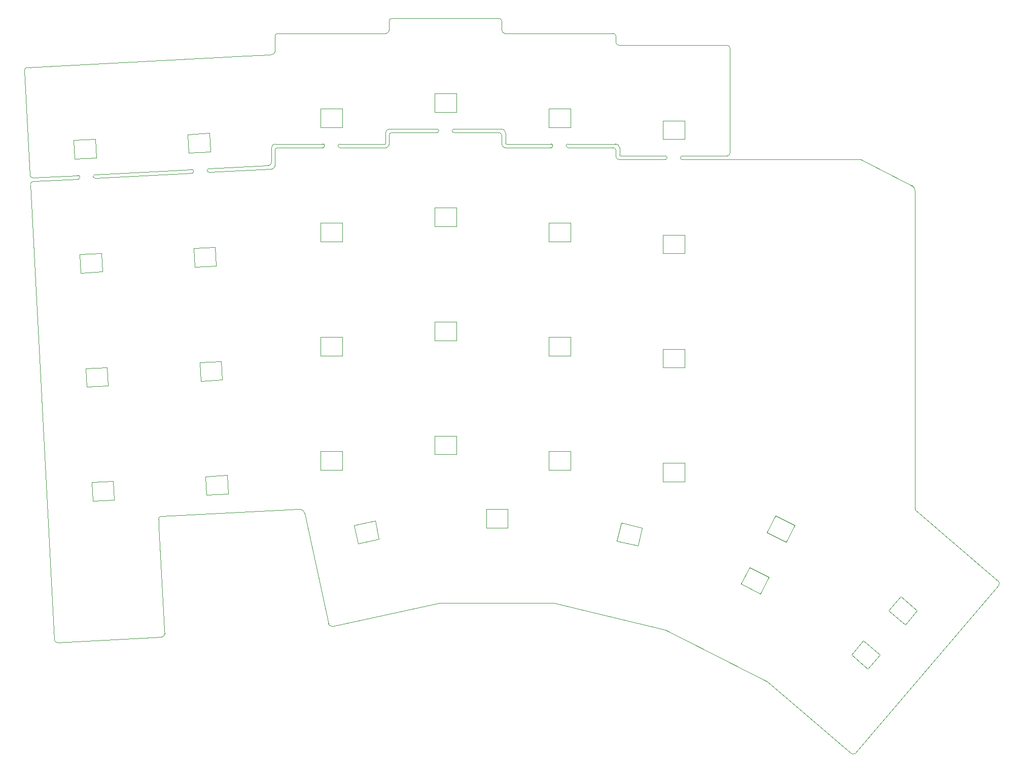
<source format=gm1>
G04 #@! TF.GenerationSoftware,KiCad,Pcbnew,(5.1.12-1-10_14)*
G04 #@! TF.CreationDate,2021-11-28T14:18:10+00:00*
G04 #@! TF.ProjectId,avalanche-hotswap,6176616c-616e-4636-9865-2d686f747377,rev?*
G04 #@! TF.SameCoordinates,Original*
G04 #@! TF.FileFunction,Profile,NP*
%FSLAX46Y46*%
G04 Gerber Fmt 4.6, Leading zero omitted, Abs format (unit mm)*
G04 Created by KiCad (PCBNEW (5.1.12-1-10_14)) date 2021-11-28 14:18:10*
%MOMM*%
%LPD*%
G01*
G04 APERTURE LIST*
G04 #@! TA.AperFunction,Profile*
%ADD10C,0.050000*%
G04 #@! TD*
G04 #@! TA.AperFunction,Profile*
%ADD11C,0.120000*%
G04 #@! TD*
G04 APERTURE END LIST*
D10*
X99840954Y-110899475D02*
X99771032Y-109607727D01*
X99771032Y-109607727D02*
G75*
G02*
X100239027Y-109087970I493876J25881D01*
G01*
X100239027Y-109087970D02*
X123197490Y-107882343D01*
X99840954Y-110899475D02*
X100747699Y-128007208D01*
X100312799Y-129209870D02*
X82878890Y-130123547D01*
X100785943Y-128684389D02*
X100747699Y-128007208D01*
X82878886Y-130123542D02*
G75*
G02*
X82353407Y-129650395I-26166J499313D01*
G01*
X100785946Y-128684385D02*
G75*
G02*
X100312799Y-129209870I-499316J-26169D01*
G01*
X239952523Y-119875655D02*
G75*
G02*
X240007999Y-120580589I-324729J-380205D01*
G01*
X216076938Y-148597493D02*
G75*
G02*
X215372009Y-148652976I-380206J324723D01*
G01*
X128717675Y-127404651D02*
G75*
G02*
X128124655Y-127019535I-103952J489068D01*
G01*
X118700489Y-51128994D02*
X118540792Y-51146149D01*
X118124959Y-50558994D02*
X118000088Y-50573663D01*
X77394821Y-34721760D02*
G75*
G02*
X77867963Y-34196274I499314J26172D01*
G01*
X78833831Y-52626279D02*
G75*
G02*
X78308360Y-52153134I-26163J499308D01*
G01*
X89162853Y-52685618D02*
G75*
G02*
X89131421Y-52086449I-15745J299583D01*
G01*
X97368406Y-51654924D02*
X89131421Y-52086449D01*
X97269981Y-52260906D02*
X89162824Y-52685612D01*
X86311858Y-52234377D02*
G75*
G02*
X86343254Y-52833547I15727J-299583D01*
G01*
X78853532Y-53226074D02*
X86343254Y-52833547D01*
X78833839Y-52626278D02*
X86311856Y-52234372D01*
X78380381Y-53751561D02*
G75*
G02*
X78853532Y-53226074I499319J26168D01*
G01*
X108156873Y-51089526D02*
X118000088Y-50573663D01*
X108188270Y-51688700D02*
X118540792Y-51146149D01*
X108188275Y-51688700D02*
G75*
G02*
X108156873Y-51089526I-15701J299587D01*
G01*
X105335748Y-51237381D02*
G75*
G02*
X105367144Y-51836547I15727J-299581D01*
G01*
X97269981Y-52260906D02*
X105367144Y-51836547D01*
X97368406Y-51654924D02*
X105335749Y-51237373D01*
X119200493Y-50628992D02*
G75*
G02*
X118700489Y-51128994I-500003J1D01*
G01*
X118624959Y-50058988D02*
G75*
G02*
X118124959Y-50558994I-500003J-3D01*
G01*
X118694963Y-32062245D02*
X118270910Y-32076276D01*
X119194958Y-31562248D02*
G75*
G02*
X118694963Y-32062245I-499996J-1D01*
G01*
X194674955Y-30522241D02*
G75*
G02*
X195174962Y-31022240I4J-500003D01*
G01*
X176624957Y-30522240D02*
G75*
G02*
X176124961Y-30022244I0J499996D01*
G01*
X175624961Y-28522250D02*
G75*
G02*
X176124957Y-29022248I-1J-499997D01*
G01*
X157574964Y-28522245D02*
G75*
G02*
X157074966Y-28022247I0J499998D01*
G01*
X156574958Y-26022241D02*
G75*
G02*
X157074963Y-26522244I1J-500004D01*
G01*
X138244964Y-26522247D02*
G75*
G02*
X138744962Y-26022249I499998J0D01*
G01*
X138244956Y-28022239D02*
G75*
G02*
X137744966Y-28522245I-499998J-8D01*
G01*
X119194961Y-29022251D02*
G75*
G02*
X119694961Y-28522245I500003J3D01*
G01*
X176624961Y-49572236D02*
G75*
G02*
X176124970Y-49072245I0J499991D01*
G01*
X137574956Y-46972249D02*
G75*
G03*
X137674960Y-46872249I3J100001D01*
G01*
X138254956Y-47072244D02*
G75*
G02*
X137754963Y-47572237I-499993J0D01*
G01*
X157574963Y-47572242D02*
G75*
G02*
X157074962Y-47072247I-3J499998D01*
G01*
X195174960Y-48472263D02*
G75*
G02*
X194674964Y-48972261I-499997J-1D01*
G01*
X194674964Y-48972261D02*
X187174952Y-48972271D01*
X187174958Y-49572247D02*
G75*
G02*
X187174952Y-48972271I16J299988D01*
G01*
X187174961Y-49572246D02*
X195174959Y-49572245D01*
X184349960Y-48972258D02*
X176824960Y-48972266D01*
X176724964Y-48872260D02*
G75*
G03*
X176824960Y-48972266I100000J-6D01*
G01*
X184349958Y-49572260D02*
X176624958Y-49572241D01*
X184349954Y-49572270D02*
G75*
G03*
X184349960Y-48972258I3J300006D01*
G01*
X176124970Y-49072245D02*
X176124961Y-48072248D01*
X176074962Y-46972263D02*
X168124956Y-46972269D01*
X168124963Y-47572244D02*
X175624962Y-47572246D01*
X176074961Y-46972249D02*
G75*
G02*
X176724963Y-47622241I5J-649997D01*
G01*
X168124950Y-47572243D02*
G75*
G02*
X168124956Y-46972269I22J299987D01*
G01*
X176724959Y-48872262D02*
X176724963Y-47622241D01*
X175624963Y-47572254D02*
G75*
G02*
X176124961Y-48072248I2J-499996D01*
G01*
X157674962Y-46872244D02*
G75*
G03*
X157774957Y-46972245I99997J-4D01*
G01*
X165299960Y-46972245D02*
X157774957Y-46972245D01*
X165299965Y-47572243D02*
X157574964Y-47572247D01*
X165299972Y-47572243D02*
G75*
G03*
X165299960Y-46972245I-6J299999D01*
G01*
X157074962Y-47072247D02*
X157074962Y-45572247D01*
X157674959Y-46872249D02*
X157674960Y-45122240D01*
X119199957Y-48072241D02*
G75*
G02*
X119699964Y-47572242I500003J-4D01*
G01*
X119274962Y-46972243D02*
X127199964Y-46972245D01*
X119699964Y-47572242D02*
X127199960Y-47572249D01*
X118624963Y-47622233D02*
G75*
G02*
X119274962Y-46972243I649999J-9D01*
G01*
X127199966Y-46972245D02*
G75*
G02*
X127199960Y-47572249I26J-300002D01*
G01*
X130024957Y-47572241D02*
G75*
G02*
X130024967Y-46972249I5J299996D01*
G01*
X156574963Y-45072242D02*
G75*
G02*
X157074962Y-45572247I-3J-500002D01*
G01*
X138249962Y-45572239D02*
G75*
G02*
X138749967Y-45072242I500001J-4D01*
G01*
X225524510Y-53917068D02*
G75*
G02*
X226056459Y-54763367I-463391J-881599D01*
G01*
X226115470Y-108057333D02*
X226056476Y-107896440D01*
X226115470Y-108057333D02*
X239952519Y-119875658D01*
X216951844Y-49572238D02*
X217020745Y-49582948D01*
X217020745Y-49582948D02*
X225524514Y-53917075D01*
X123197489Y-107882345D02*
G75*
G02*
X124223222Y-108665097I46784J-1002140D01*
G01*
X146739415Y-123572837D02*
X128717683Y-127404655D01*
X124223222Y-108665097D02*
X128124655Y-127019535D01*
X114419233Y-32280770D02*
X118270910Y-32076276D01*
X240007999Y-120580589D02*
X216076938Y-148597494D01*
X226056459Y-54763367D02*
X226056476Y-107896440D01*
X216951844Y-49572238D02*
X195174959Y-49572245D01*
X165797556Y-123568769D02*
X184359870Y-128029549D01*
X165797556Y-123568769D02*
X146739415Y-123572837D01*
X184359870Y-128029549D02*
X201369238Y-136686978D01*
X201369238Y-136686978D02*
X215372009Y-148652976D01*
X146249962Y-44472241D02*
G75*
G02*
X146249960Y-45072247I28J-300003D01*
G01*
X149074961Y-45072247D02*
G75*
G02*
X149074951Y-44472269I14J299989D01*
G01*
X157024962Y-44472258D02*
G75*
G02*
X157674960Y-45122240I8J-649990D01*
G01*
X137674962Y-45122238D02*
G75*
G02*
X138324961Y-44472246I650000J-8D01*
G01*
X78380377Y-53751548D02*
X82353407Y-129650395D01*
X138244962Y-26522246D02*
X138244966Y-28022246D01*
X156574961Y-26022246D02*
X138744962Y-26022249D01*
X157074966Y-28022247D02*
X157074961Y-26522242D01*
X175624960Y-28522241D02*
X157574957Y-28522246D01*
X176124961Y-30022244D02*
X176124957Y-29022248D01*
X194674958Y-30522242D02*
X176624960Y-30522245D01*
X195174957Y-48472264D02*
X195174962Y-31022240D01*
X149074962Y-45072248D02*
X156574963Y-45072243D01*
X157024957Y-44472260D02*
X149074951Y-44472269D01*
X119694961Y-28522245D02*
X137744966Y-28522245D01*
X119194963Y-31562243D02*
X119194963Y-29022244D01*
X77867963Y-34196274D02*
X114419233Y-32280770D01*
X78308360Y-52153134D02*
X77394817Y-34721757D01*
X138749967Y-45072242D02*
X146249960Y-45072247D01*
X138254966Y-47072242D02*
X138249959Y-45572247D01*
X130024961Y-47572242D02*
X137754963Y-47572237D01*
X138324961Y-44472246D02*
X146249965Y-44472235D01*
X137674960Y-46872249D02*
X137674963Y-45122238D01*
X130024967Y-46972249D02*
X137574954Y-46972248D01*
X119199964Y-48072246D02*
X119200483Y-50628995D01*
X118624962Y-47622240D02*
X118624964Y-50058996D01*
D11*
X149461038Y-95686262D02*
X145861038Y-95686262D01*
X149461038Y-98786262D02*
X149461038Y-95686262D01*
X145861038Y-98786262D02*
X149461038Y-98786262D01*
X145861038Y-95686262D02*
X145861038Y-98786262D01*
X106634882Y-83418237D02*
X106797124Y-86513989D01*
X106797124Y-86513989D02*
X110392190Y-86325579D01*
X110392190Y-86325579D02*
X110229948Y-83229827D01*
X110229948Y-83229827D02*
X106634882Y-83418237D01*
X205957032Y-110619467D02*
X202749409Y-108985101D01*
X204549661Y-113381587D02*
X205957032Y-110619467D01*
X201342038Y-111747221D02*
X204549661Y-113381587D01*
X202749409Y-108985101D02*
X201342038Y-111747221D01*
X135925137Y-109862293D02*
X132403805Y-110610775D01*
X136569663Y-112894551D02*
X135925137Y-109862293D01*
X133048331Y-113643033D02*
X136569663Y-112894551D01*
X132403805Y-110610775D02*
X133048331Y-113643033D01*
X187561082Y-62136269D02*
X183961082Y-62136269D01*
X187561082Y-65236269D02*
X187561082Y-62136269D01*
X183961082Y-65236269D02*
X187561082Y-65236269D01*
X183961082Y-62136269D02*
X183961082Y-65236269D01*
X88607999Y-103439119D02*
X88770241Y-106534871D01*
X88770241Y-106534871D02*
X92365307Y-106346461D01*
X92365307Y-106346461D02*
X92203065Y-103250709D01*
X92203065Y-103250709D02*
X88607999Y-103439119D01*
X87610985Y-84415232D02*
X87773227Y-87510984D01*
X87773227Y-87510984D02*
X91368293Y-87322574D01*
X91368293Y-87322574D02*
X91206051Y-84226822D01*
X91206051Y-84226822D02*
X87610985Y-84415232D01*
X86613964Y-65391331D02*
X86776206Y-68487083D01*
X86776206Y-68487083D02*
X90371272Y-68298673D01*
X90371272Y-68298673D02*
X90209030Y-65202921D01*
X90209030Y-65202921D02*
X86613964Y-65391331D01*
X85617011Y-46367446D02*
X85779253Y-49463198D01*
X85779253Y-49463198D02*
X89374319Y-49274788D01*
X89374319Y-49274788D02*
X89212077Y-46179036D01*
X89212077Y-46179036D02*
X85617011Y-46367446D01*
X104640879Y-45370446D02*
X104803121Y-48466198D01*
X104803121Y-48466198D02*
X108398187Y-48277788D01*
X108398187Y-48277788D02*
X108235945Y-45182036D01*
X108235945Y-45182036D02*
X104640879Y-45370446D01*
X105637881Y-64394316D02*
X105800123Y-67490068D01*
X105800123Y-67490068D02*
X109395189Y-67301658D01*
X109395189Y-67301658D02*
X109232947Y-64205906D01*
X109232947Y-64205906D02*
X105637881Y-64394316D01*
X107631900Y-102442143D02*
X107794142Y-105537895D01*
X107794142Y-105537895D02*
X111389208Y-105349485D01*
X111389208Y-105349485D02*
X111226966Y-102253733D01*
X111226966Y-102253733D02*
X107631900Y-102442143D01*
X130411054Y-98236308D02*
X126811054Y-98236308D01*
X130411054Y-101336308D02*
X130411054Y-98236308D01*
X126811054Y-101336308D02*
X130411054Y-101336308D01*
X126811054Y-98236308D02*
X126811054Y-101336308D01*
X130411043Y-79186295D02*
X126811043Y-79186295D01*
X130411043Y-82286295D02*
X130411043Y-79186295D01*
X126811043Y-82286295D02*
X130411043Y-82286295D01*
X126811043Y-79186295D02*
X126811043Y-82286295D01*
X130411052Y-60136263D02*
X126811052Y-60136263D01*
X130411052Y-63236263D02*
X130411052Y-60136263D01*
X126811052Y-63236263D02*
X130411052Y-63236263D01*
X126811052Y-60136263D02*
X126811052Y-63236263D01*
X130411061Y-41086299D02*
X126811061Y-41086299D01*
X130411061Y-44186299D02*
X130411061Y-41086299D01*
X126811061Y-44186299D02*
X130411061Y-44186299D01*
X126811061Y-41086299D02*
X126811061Y-44186299D01*
X149461066Y-38586298D02*
X145861066Y-38586298D01*
X149461066Y-41686298D02*
X149461066Y-38586298D01*
X145861066Y-41686298D02*
X149461066Y-41686298D01*
X145861066Y-38586298D02*
X145861066Y-41686298D01*
X149461027Y-57636293D02*
X145861027Y-57636293D01*
X149461027Y-60736293D02*
X149461027Y-57636293D01*
X145861027Y-60736293D02*
X149461027Y-60736293D01*
X145861027Y-57636293D02*
X145861027Y-60736293D01*
X149461055Y-76686290D02*
X145861055Y-76686290D01*
X149461055Y-79786290D02*
X149461055Y-76686290D01*
X145861055Y-79786290D02*
X149461055Y-79786290D01*
X145861055Y-76686290D02*
X145861055Y-79786290D01*
X158081421Y-107920563D02*
X154481421Y-107920563D01*
X158081421Y-111020563D02*
X158081421Y-107920563D01*
X154481421Y-111020563D02*
X158081421Y-111020563D01*
X154481421Y-107920563D02*
X154481421Y-111020563D01*
X180522284Y-111009918D02*
X177021752Y-110169515D01*
X179798604Y-114024265D02*
X180522284Y-111009918D01*
X176298072Y-113183862D02*
X179798604Y-114024265D01*
X177021752Y-110169515D02*
X176298072Y-113183862D01*
X168511087Y-98236269D02*
X164911087Y-98236269D01*
X168511087Y-101336269D02*
X168511087Y-98236269D01*
X164911087Y-101336269D02*
X168511087Y-101336269D01*
X164911087Y-98236269D02*
X164911087Y-101336269D01*
X168511068Y-79186272D02*
X164911068Y-79186272D01*
X168511068Y-82286272D02*
X168511068Y-79186272D01*
X164911068Y-82286272D02*
X168511068Y-82286272D01*
X164911068Y-79186272D02*
X164911068Y-82286272D01*
X168511050Y-60136293D02*
X164911050Y-60136293D01*
X168511050Y-63236293D02*
X168511050Y-60136293D01*
X164911050Y-63236293D02*
X168511050Y-63236293D01*
X164911050Y-60136293D02*
X164911050Y-63236293D01*
X168511054Y-41086280D02*
X164911054Y-41086280D01*
X168511054Y-44186280D02*
X168511054Y-41086280D01*
X164911054Y-44186280D02*
X168511054Y-44186280D01*
X164911054Y-41086280D02*
X164911054Y-44186280D01*
X187561067Y-43086291D02*
X183961067Y-43086291D01*
X187561067Y-46186291D02*
X187561067Y-43086291D01*
X183961067Y-46186291D02*
X187561067Y-46186291D01*
X183961067Y-43086291D02*
X183961067Y-46186291D01*
X187561066Y-81186271D02*
X183961066Y-81186271D01*
X187561066Y-84286271D02*
X187561066Y-81186271D01*
X183961066Y-84286271D02*
X187561066Y-84286271D01*
X183961066Y-81186271D02*
X183961066Y-84286271D01*
X226409200Y-124813816D02*
X223671739Y-122475803D01*
X224395911Y-127171075D02*
X226409200Y-124813816D01*
X221658450Y-124833062D02*
X224395911Y-127171075D01*
X223671739Y-122475803D02*
X221658450Y-124833062D01*
X201640200Y-119247756D02*
X198432577Y-117613390D01*
X200232829Y-122009876D02*
X201640200Y-119247756D01*
X197025206Y-120375510D02*
X200232829Y-122009876D01*
X198432577Y-117613390D02*
X197025206Y-120375510D01*
X220183235Y-132163029D02*
X217445774Y-129825016D01*
X218169946Y-134520288D02*
X220183235Y-132163029D01*
X215432485Y-132182275D02*
X218169946Y-134520288D01*
X217445774Y-129825016D02*
X215432485Y-132182275D01*
X187561072Y-100186290D02*
X183961072Y-100186290D01*
X187561072Y-103286290D02*
X187561072Y-100186290D01*
X183961072Y-103286290D02*
X187561072Y-103286290D01*
X183961072Y-100186290D02*
X183961072Y-103286290D01*
M02*

</source>
